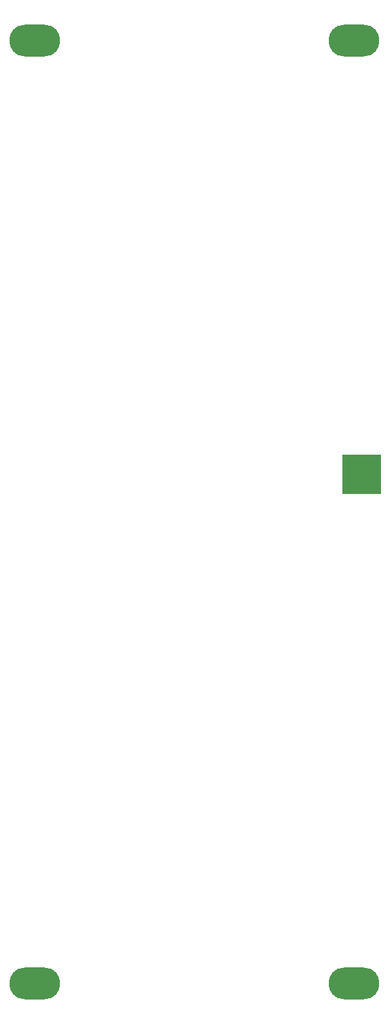
<source format=gbs>
G04 #@! TF.GenerationSoftware,KiCad,Pcbnew,(6.0.1)*
G04 #@! TF.CreationDate,2022-02-07T13:44:59+01:00*
G04 #@! TF.ProjectId,MS20-VCF,4d533230-2d56-4434-962e-6b696361645f,rev?*
G04 #@! TF.SameCoordinates,Original*
G04 #@! TF.FileFunction,Soldermask,Bot*
G04 #@! TF.FilePolarity,Negative*
%FSLAX46Y46*%
G04 Gerber Fmt 4.6, Leading zero omitted, Abs format (unit mm)*
G04 Created by KiCad (PCBNEW (6.0.1)) date 2022-02-07 13:44:59*
%MOMM*%
%LPD*%
G01*
G04 APERTURE LIST*
%ADD10C,0.100000*%
%ADD11O,6.700000X4.200000*%
G04 APERTURE END LIST*
D10*
X226500000Y-84000000D02*
X231500000Y-84000000D01*
X231500000Y-84000000D02*
X231500000Y-89000000D01*
X231500000Y-89000000D02*
X226500000Y-89000000D01*
X226500000Y-89000000D02*
X226500000Y-84000000D01*
G36*
X231500000Y-89000000D02*
G01*
X226500000Y-89000000D01*
X226500000Y-84000000D01*
X231500000Y-84000000D01*
X231500000Y-89000000D01*
G37*
X231500000Y-89000000D02*
X226500000Y-89000000D01*
X226500000Y-84000000D01*
X231500000Y-84000000D01*
X231500000Y-89000000D01*
D11*
X186000000Y-29500000D03*
X228000000Y-29500000D03*
X228000000Y-153500000D03*
X186000000Y-153500000D03*
M02*

</source>
